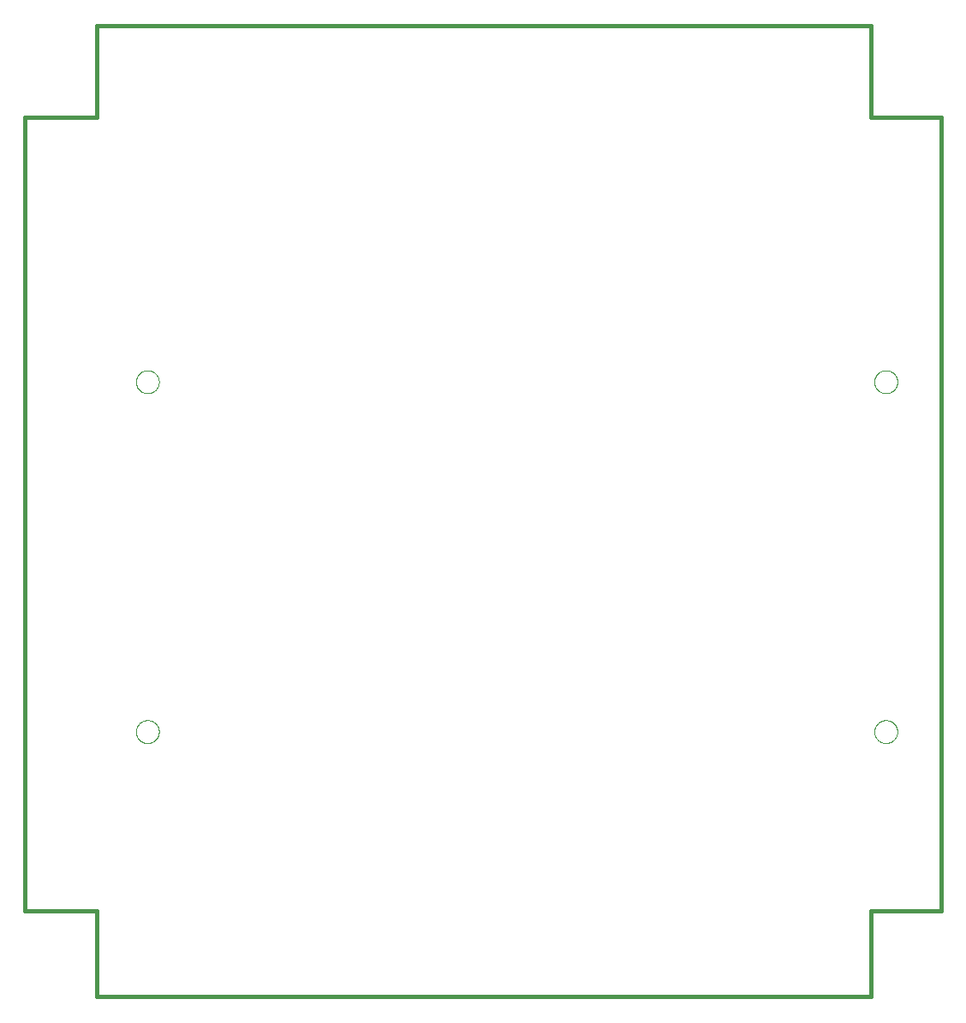
<source format=gko>
G75*
%MOIN*%
%OFA0B0*%
%FSLAX25Y25*%
%IPPOS*%
%LPD*%
%AMOC8*
5,1,8,0,0,1.08239X$1,22.5*
%
%ADD10C,0.01600*%
%ADD11C,0.00000*%
D10*
X0071485Y0072666D02*
X0071485Y0106131D01*
X0043532Y0106131D01*
X0043532Y0415186D01*
X0071485Y0415186D01*
X0071485Y0450619D01*
X0372666Y0450619D01*
X0372666Y0415186D01*
X0400225Y0415186D01*
X0400225Y0106131D01*
X0372666Y0106131D01*
X0372666Y0072666D01*
X0071485Y0072666D01*
D11*
X0086701Y0175816D02*
X0086703Y0175949D01*
X0086709Y0176082D01*
X0086719Y0176215D01*
X0086733Y0176347D01*
X0086750Y0176479D01*
X0086772Y0176610D01*
X0086798Y0176741D01*
X0086827Y0176871D01*
X0086861Y0176999D01*
X0086898Y0177127D01*
X0086939Y0177254D01*
X0086983Y0177379D01*
X0087032Y0177503D01*
X0087084Y0177626D01*
X0087139Y0177746D01*
X0087199Y0177866D01*
X0087262Y0177983D01*
X0087328Y0178098D01*
X0087397Y0178212D01*
X0087470Y0178323D01*
X0087547Y0178432D01*
X0087626Y0178539D01*
X0087709Y0178643D01*
X0087795Y0178745D01*
X0087883Y0178844D01*
X0087975Y0178941D01*
X0088069Y0179034D01*
X0088166Y0179125D01*
X0088266Y0179213D01*
X0088369Y0179298D01*
X0088474Y0179380D01*
X0088581Y0179459D01*
X0088691Y0179534D01*
X0088802Y0179606D01*
X0088916Y0179675D01*
X0089032Y0179741D01*
X0089150Y0179802D01*
X0089270Y0179861D01*
X0089391Y0179916D01*
X0089514Y0179967D01*
X0089638Y0180014D01*
X0089764Y0180058D01*
X0089891Y0180098D01*
X0090019Y0180134D01*
X0090148Y0180167D01*
X0090278Y0180195D01*
X0090409Y0180220D01*
X0090540Y0180240D01*
X0090672Y0180257D01*
X0090804Y0180270D01*
X0090937Y0180279D01*
X0091070Y0180284D01*
X0091203Y0180285D01*
X0091336Y0180282D01*
X0091469Y0180275D01*
X0091602Y0180264D01*
X0091734Y0180249D01*
X0091866Y0180230D01*
X0091997Y0180208D01*
X0092127Y0180181D01*
X0092257Y0180151D01*
X0092385Y0180117D01*
X0092513Y0180078D01*
X0092639Y0180037D01*
X0092764Y0179991D01*
X0092888Y0179942D01*
X0093010Y0179889D01*
X0093130Y0179832D01*
X0093249Y0179772D01*
X0093366Y0179708D01*
X0093481Y0179641D01*
X0093594Y0179571D01*
X0093704Y0179497D01*
X0093813Y0179420D01*
X0093919Y0179339D01*
X0094023Y0179256D01*
X0094124Y0179170D01*
X0094222Y0179080D01*
X0094318Y0178988D01*
X0094411Y0178893D01*
X0094501Y0178795D01*
X0094589Y0178694D01*
X0094673Y0178591D01*
X0094754Y0178486D01*
X0094832Y0178378D01*
X0094907Y0178268D01*
X0094978Y0178155D01*
X0095046Y0178041D01*
X0095110Y0177925D01*
X0095171Y0177806D01*
X0095229Y0177686D01*
X0095283Y0177565D01*
X0095333Y0177441D01*
X0095380Y0177317D01*
X0095422Y0177191D01*
X0095461Y0177063D01*
X0095497Y0176935D01*
X0095528Y0176806D01*
X0095556Y0176676D01*
X0095579Y0176545D01*
X0095599Y0176413D01*
X0095615Y0176281D01*
X0095627Y0176148D01*
X0095635Y0176016D01*
X0095639Y0175883D01*
X0095639Y0175749D01*
X0095635Y0175616D01*
X0095627Y0175484D01*
X0095615Y0175351D01*
X0095599Y0175219D01*
X0095579Y0175087D01*
X0095556Y0174956D01*
X0095528Y0174826D01*
X0095497Y0174697D01*
X0095461Y0174569D01*
X0095422Y0174441D01*
X0095380Y0174315D01*
X0095333Y0174191D01*
X0095283Y0174067D01*
X0095229Y0173946D01*
X0095171Y0173826D01*
X0095110Y0173707D01*
X0095046Y0173591D01*
X0094978Y0173477D01*
X0094907Y0173364D01*
X0094832Y0173254D01*
X0094754Y0173146D01*
X0094673Y0173041D01*
X0094589Y0172938D01*
X0094501Y0172837D01*
X0094411Y0172739D01*
X0094318Y0172644D01*
X0094222Y0172552D01*
X0094124Y0172462D01*
X0094023Y0172376D01*
X0093919Y0172293D01*
X0093813Y0172212D01*
X0093704Y0172135D01*
X0093594Y0172061D01*
X0093481Y0171991D01*
X0093366Y0171924D01*
X0093249Y0171860D01*
X0093130Y0171800D01*
X0093010Y0171743D01*
X0092888Y0171690D01*
X0092764Y0171641D01*
X0092639Y0171595D01*
X0092513Y0171554D01*
X0092385Y0171515D01*
X0092257Y0171481D01*
X0092127Y0171451D01*
X0091997Y0171424D01*
X0091866Y0171402D01*
X0091734Y0171383D01*
X0091602Y0171368D01*
X0091469Y0171357D01*
X0091336Y0171350D01*
X0091203Y0171347D01*
X0091070Y0171348D01*
X0090937Y0171353D01*
X0090804Y0171362D01*
X0090672Y0171375D01*
X0090540Y0171392D01*
X0090409Y0171412D01*
X0090278Y0171437D01*
X0090148Y0171465D01*
X0090019Y0171498D01*
X0089891Y0171534D01*
X0089764Y0171574D01*
X0089638Y0171618D01*
X0089514Y0171665D01*
X0089391Y0171716D01*
X0089270Y0171771D01*
X0089150Y0171830D01*
X0089032Y0171891D01*
X0088916Y0171957D01*
X0088802Y0172026D01*
X0088691Y0172098D01*
X0088581Y0172173D01*
X0088474Y0172252D01*
X0088369Y0172334D01*
X0088266Y0172419D01*
X0088166Y0172507D01*
X0088069Y0172598D01*
X0087975Y0172691D01*
X0087883Y0172788D01*
X0087795Y0172887D01*
X0087709Y0172989D01*
X0087626Y0173093D01*
X0087547Y0173200D01*
X0087470Y0173309D01*
X0087397Y0173420D01*
X0087328Y0173534D01*
X0087262Y0173649D01*
X0087199Y0173766D01*
X0087139Y0173886D01*
X0087084Y0174006D01*
X0087032Y0174129D01*
X0086983Y0174253D01*
X0086939Y0174378D01*
X0086898Y0174505D01*
X0086861Y0174633D01*
X0086827Y0174761D01*
X0086798Y0174891D01*
X0086772Y0175022D01*
X0086750Y0175153D01*
X0086733Y0175285D01*
X0086719Y0175417D01*
X0086709Y0175550D01*
X0086703Y0175683D01*
X0086701Y0175816D01*
X0086701Y0312036D02*
X0086703Y0312169D01*
X0086709Y0312302D01*
X0086719Y0312435D01*
X0086733Y0312567D01*
X0086750Y0312699D01*
X0086772Y0312830D01*
X0086798Y0312961D01*
X0086827Y0313091D01*
X0086861Y0313219D01*
X0086898Y0313347D01*
X0086939Y0313474D01*
X0086983Y0313599D01*
X0087032Y0313723D01*
X0087084Y0313846D01*
X0087139Y0313966D01*
X0087199Y0314086D01*
X0087262Y0314203D01*
X0087328Y0314318D01*
X0087397Y0314432D01*
X0087470Y0314543D01*
X0087547Y0314652D01*
X0087626Y0314759D01*
X0087709Y0314863D01*
X0087795Y0314965D01*
X0087883Y0315064D01*
X0087975Y0315161D01*
X0088069Y0315254D01*
X0088166Y0315345D01*
X0088266Y0315433D01*
X0088369Y0315518D01*
X0088474Y0315600D01*
X0088581Y0315679D01*
X0088691Y0315754D01*
X0088802Y0315826D01*
X0088916Y0315895D01*
X0089032Y0315961D01*
X0089150Y0316022D01*
X0089270Y0316081D01*
X0089391Y0316136D01*
X0089514Y0316187D01*
X0089638Y0316234D01*
X0089764Y0316278D01*
X0089891Y0316318D01*
X0090019Y0316354D01*
X0090148Y0316387D01*
X0090278Y0316415D01*
X0090409Y0316440D01*
X0090540Y0316460D01*
X0090672Y0316477D01*
X0090804Y0316490D01*
X0090937Y0316499D01*
X0091070Y0316504D01*
X0091203Y0316505D01*
X0091336Y0316502D01*
X0091469Y0316495D01*
X0091602Y0316484D01*
X0091734Y0316469D01*
X0091866Y0316450D01*
X0091997Y0316428D01*
X0092127Y0316401D01*
X0092257Y0316371D01*
X0092385Y0316337D01*
X0092513Y0316298D01*
X0092639Y0316257D01*
X0092764Y0316211D01*
X0092888Y0316162D01*
X0093010Y0316109D01*
X0093130Y0316052D01*
X0093249Y0315992D01*
X0093366Y0315928D01*
X0093481Y0315861D01*
X0093594Y0315791D01*
X0093704Y0315717D01*
X0093813Y0315640D01*
X0093919Y0315559D01*
X0094023Y0315476D01*
X0094124Y0315390D01*
X0094222Y0315300D01*
X0094318Y0315208D01*
X0094411Y0315113D01*
X0094501Y0315015D01*
X0094589Y0314914D01*
X0094673Y0314811D01*
X0094754Y0314706D01*
X0094832Y0314598D01*
X0094907Y0314488D01*
X0094978Y0314375D01*
X0095046Y0314261D01*
X0095110Y0314145D01*
X0095171Y0314026D01*
X0095229Y0313906D01*
X0095283Y0313785D01*
X0095333Y0313661D01*
X0095380Y0313537D01*
X0095422Y0313411D01*
X0095461Y0313283D01*
X0095497Y0313155D01*
X0095528Y0313026D01*
X0095556Y0312896D01*
X0095579Y0312765D01*
X0095599Y0312633D01*
X0095615Y0312501D01*
X0095627Y0312368D01*
X0095635Y0312236D01*
X0095639Y0312103D01*
X0095639Y0311969D01*
X0095635Y0311836D01*
X0095627Y0311704D01*
X0095615Y0311571D01*
X0095599Y0311439D01*
X0095579Y0311307D01*
X0095556Y0311176D01*
X0095528Y0311046D01*
X0095497Y0310917D01*
X0095461Y0310789D01*
X0095422Y0310661D01*
X0095380Y0310535D01*
X0095333Y0310411D01*
X0095283Y0310287D01*
X0095229Y0310166D01*
X0095171Y0310046D01*
X0095110Y0309927D01*
X0095046Y0309811D01*
X0094978Y0309697D01*
X0094907Y0309584D01*
X0094832Y0309474D01*
X0094754Y0309366D01*
X0094673Y0309261D01*
X0094589Y0309158D01*
X0094501Y0309057D01*
X0094411Y0308959D01*
X0094318Y0308864D01*
X0094222Y0308772D01*
X0094124Y0308682D01*
X0094023Y0308596D01*
X0093919Y0308513D01*
X0093813Y0308432D01*
X0093704Y0308355D01*
X0093594Y0308281D01*
X0093481Y0308211D01*
X0093366Y0308144D01*
X0093249Y0308080D01*
X0093130Y0308020D01*
X0093010Y0307963D01*
X0092888Y0307910D01*
X0092764Y0307861D01*
X0092639Y0307815D01*
X0092513Y0307774D01*
X0092385Y0307735D01*
X0092257Y0307701D01*
X0092127Y0307671D01*
X0091997Y0307644D01*
X0091866Y0307622D01*
X0091734Y0307603D01*
X0091602Y0307588D01*
X0091469Y0307577D01*
X0091336Y0307570D01*
X0091203Y0307567D01*
X0091070Y0307568D01*
X0090937Y0307573D01*
X0090804Y0307582D01*
X0090672Y0307595D01*
X0090540Y0307612D01*
X0090409Y0307632D01*
X0090278Y0307657D01*
X0090148Y0307685D01*
X0090019Y0307718D01*
X0089891Y0307754D01*
X0089764Y0307794D01*
X0089638Y0307838D01*
X0089514Y0307885D01*
X0089391Y0307936D01*
X0089270Y0307991D01*
X0089150Y0308050D01*
X0089032Y0308111D01*
X0088916Y0308177D01*
X0088802Y0308246D01*
X0088691Y0308318D01*
X0088581Y0308393D01*
X0088474Y0308472D01*
X0088369Y0308554D01*
X0088266Y0308639D01*
X0088166Y0308727D01*
X0088069Y0308818D01*
X0087975Y0308911D01*
X0087883Y0309008D01*
X0087795Y0309107D01*
X0087709Y0309209D01*
X0087626Y0309313D01*
X0087547Y0309420D01*
X0087470Y0309529D01*
X0087397Y0309640D01*
X0087328Y0309754D01*
X0087262Y0309869D01*
X0087199Y0309986D01*
X0087139Y0310106D01*
X0087084Y0310226D01*
X0087032Y0310349D01*
X0086983Y0310473D01*
X0086939Y0310598D01*
X0086898Y0310725D01*
X0086861Y0310853D01*
X0086827Y0310981D01*
X0086798Y0311111D01*
X0086772Y0311242D01*
X0086750Y0311373D01*
X0086733Y0311505D01*
X0086719Y0311637D01*
X0086709Y0311770D01*
X0086703Y0311903D01*
X0086701Y0312036D01*
X0374103Y0312036D02*
X0374105Y0312169D01*
X0374111Y0312302D01*
X0374121Y0312435D01*
X0374135Y0312567D01*
X0374152Y0312699D01*
X0374174Y0312830D01*
X0374200Y0312961D01*
X0374229Y0313091D01*
X0374263Y0313219D01*
X0374300Y0313347D01*
X0374341Y0313474D01*
X0374385Y0313599D01*
X0374434Y0313723D01*
X0374486Y0313846D01*
X0374541Y0313966D01*
X0374601Y0314086D01*
X0374664Y0314203D01*
X0374730Y0314318D01*
X0374799Y0314432D01*
X0374872Y0314543D01*
X0374949Y0314652D01*
X0375028Y0314759D01*
X0375111Y0314863D01*
X0375197Y0314965D01*
X0375285Y0315064D01*
X0375377Y0315161D01*
X0375471Y0315254D01*
X0375568Y0315345D01*
X0375668Y0315433D01*
X0375771Y0315518D01*
X0375876Y0315600D01*
X0375983Y0315679D01*
X0376093Y0315754D01*
X0376204Y0315826D01*
X0376318Y0315895D01*
X0376434Y0315961D01*
X0376552Y0316022D01*
X0376672Y0316081D01*
X0376793Y0316136D01*
X0376916Y0316187D01*
X0377040Y0316234D01*
X0377166Y0316278D01*
X0377293Y0316318D01*
X0377421Y0316354D01*
X0377550Y0316387D01*
X0377680Y0316415D01*
X0377811Y0316440D01*
X0377942Y0316460D01*
X0378074Y0316477D01*
X0378206Y0316490D01*
X0378339Y0316499D01*
X0378472Y0316504D01*
X0378605Y0316505D01*
X0378738Y0316502D01*
X0378871Y0316495D01*
X0379004Y0316484D01*
X0379136Y0316469D01*
X0379268Y0316450D01*
X0379399Y0316428D01*
X0379529Y0316401D01*
X0379659Y0316371D01*
X0379787Y0316337D01*
X0379915Y0316298D01*
X0380041Y0316257D01*
X0380166Y0316211D01*
X0380290Y0316162D01*
X0380412Y0316109D01*
X0380532Y0316052D01*
X0380651Y0315992D01*
X0380768Y0315928D01*
X0380883Y0315861D01*
X0380996Y0315791D01*
X0381106Y0315717D01*
X0381215Y0315640D01*
X0381321Y0315559D01*
X0381425Y0315476D01*
X0381526Y0315390D01*
X0381624Y0315300D01*
X0381720Y0315208D01*
X0381813Y0315113D01*
X0381903Y0315015D01*
X0381991Y0314914D01*
X0382075Y0314811D01*
X0382156Y0314706D01*
X0382234Y0314598D01*
X0382309Y0314488D01*
X0382380Y0314375D01*
X0382448Y0314261D01*
X0382512Y0314145D01*
X0382573Y0314026D01*
X0382631Y0313906D01*
X0382685Y0313785D01*
X0382735Y0313661D01*
X0382782Y0313537D01*
X0382824Y0313411D01*
X0382863Y0313283D01*
X0382899Y0313155D01*
X0382930Y0313026D01*
X0382958Y0312896D01*
X0382981Y0312765D01*
X0383001Y0312633D01*
X0383017Y0312501D01*
X0383029Y0312368D01*
X0383037Y0312236D01*
X0383041Y0312103D01*
X0383041Y0311969D01*
X0383037Y0311836D01*
X0383029Y0311704D01*
X0383017Y0311571D01*
X0383001Y0311439D01*
X0382981Y0311307D01*
X0382958Y0311176D01*
X0382930Y0311046D01*
X0382899Y0310917D01*
X0382863Y0310789D01*
X0382824Y0310661D01*
X0382782Y0310535D01*
X0382735Y0310411D01*
X0382685Y0310287D01*
X0382631Y0310166D01*
X0382573Y0310046D01*
X0382512Y0309927D01*
X0382448Y0309811D01*
X0382380Y0309697D01*
X0382309Y0309584D01*
X0382234Y0309474D01*
X0382156Y0309366D01*
X0382075Y0309261D01*
X0381991Y0309158D01*
X0381903Y0309057D01*
X0381813Y0308959D01*
X0381720Y0308864D01*
X0381624Y0308772D01*
X0381526Y0308682D01*
X0381425Y0308596D01*
X0381321Y0308513D01*
X0381215Y0308432D01*
X0381106Y0308355D01*
X0380996Y0308281D01*
X0380883Y0308211D01*
X0380768Y0308144D01*
X0380651Y0308080D01*
X0380532Y0308020D01*
X0380412Y0307963D01*
X0380290Y0307910D01*
X0380166Y0307861D01*
X0380041Y0307815D01*
X0379915Y0307774D01*
X0379787Y0307735D01*
X0379659Y0307701D01*
X0379529Y0307671D01*
X0379399Y0307644D01*
X0379268Y0307622D01*
X0379136Y0307603D01*
X0379004Y0307588D01*
X0378871Y0307577D01*
X0378738Y0307570D01*
X0378605Y0307567D01*
X0378472Y0307568D01*
X0378339Y0307573D01*
X0378206Y0307582D01*
X0378074Y0307595D01*
X0377942Y0307612D01*
X0377811Y0307632D01*
X0377680Y0307657D01*
X0377550Y0307685D01*
X0377421Y0307718D01*
X0377293Y0307754D01*
X0377166Y0307794D01*
X0377040Y0307838D01*
X0376916Y0307885D01*
X0376793Y0307936D01*
X0376672Y0307991D01*
X0376552Y0308050D01*
X0376434Y0308111D01*
X0376318Y0308177D01*
X0376204Y0308246D01*
X0376093Y0308318D01*
X0375983Y0308393D01*
X0375876Y0308472D01*
X0375771Y0308554D01*
X0375668Y0308639D01*
X0375568Y0308727D01*
X0375471Y0308818D01*
X0375377Y0308911D01*
X0375285Y0309008D01*
X0375197Y0309107D01*
X0375111Y0309209D01*
X0375028Y0309313D01*
X0374949Y0309420D01*
X0374872Y0309529D01*
X0374799Y0309640D01*
X0374730Y0309754D01*
X0374664Y0309869D01*
X0374601Y0309986D01*
X0374541Y0310106D01*
X0374486Y0310226D01*
X0374434Y0310349D01*
X0374385Y0310473D01*
X0374341Y0310598D01*
X0374300Y0310725D01*
X0374263Y0310853D01*
X0374229Y0310981D01*
X0374200Y0311111D01*
X0374174Y0311242D01*
X0374152Y0311373D01*
X0374135Y0311505D01*
X0374121Y0311637D01*
X0374111Y0311770D01*
X0374105Y0311903D01*
X0374103Y0312036D01*
X0374103Y0175816D02*
X0374105Y0175949D01*
X0374111Y0176082D01*
X0374121Y0176215D01*
X0374135Y0176347D01*
X0374152Y0176479D01*
X0374174Y0176610D01*
X0374200Y0176741D01*
X0374229Y0176871D01*
X0374263Y0176999D01*
X0374300Y0177127D01*
X0374341Y0177254D01*
X0374385Y0177379D01*
X0374434Y0177503D01*
X0374486Y0177626D01*
X0374541Y0177746D01*
X0374601Y0177866D01*
X0374664Y0177983D01*
X0374730Y0178098D01*
X0374799Y0178212D01*
X0374872Y0178323D01*
X0374949Y0178432D01*
X0375028Y0178539D01*
X0375111Y0178643D01*
X0375197Y0178745D01*
X0375285Y0178844D01*
X0375377Y0178941D01*
X0375471Y0179034D01*
X0375568Y0179125D01*
X0375668Y0179213D01*
X0375771Y0179298D01*
X0375876Y0179380D01*
X0375983Y0179459D01*
X0376093Y0179534D01*
X0376204Y0179606D01*
X0376318Y0179675D01*
X0376434Y0179741D01*
X0376552Y0179802D01*
X0376672Y0179861D01*
X0376793Y0179916D01*
X0376916Y0179967D01*
X0377040Y0180014D01*
X0377166Y0180058D01*
X0377293Y0180098D01*
X0377421Y0180134D01*
X0377550Y0180167D01*
X0377680Y0180195D01*
X0377811Y0180220D01*
X0377942Y0180240D01*
X0378074Y0180257D01*
X0378206Y0180270D01*
X0378339Y0180279D01*
X0378472Y0180284D01*
X0378605Y0180285D01*
X0378738Y0180282D01*
X0378871Y0180275D01*
X0379004Y0180264D01*
X0379136Y0180249D01*
X0379268Y0180230D01*
X0379399Y0180208D01*
X0379529Y0180181D01*
X0379659Y0180151D01*
X0379787Y0180117D01*
X0379915Y0180078D01*
X0380041Y0180037D01*
X0380166Y0179991D01*
X0380290Y0179942D01*
X0380412Y0179889D01*
X0380532Y0179832D01*
X0380651Y0179772D01*
X0380768Y0179708D01*
X0380883Y0179641D01*
X0380996Y0179571D01*
X0381106Y0179497D01*
X0381215Y0179420D01*
X0381321Y0179339D01*
X0381425Y0179256D01*
X0381526Y0179170D01*
X0381624Y0179080D01*
X0381720Y0178988D01*
X0381813Y0178893D01*
X0381903Y0178795D01*
X0381991Y0178694D01*
X0382075Y0178591D01*
X0382156Y0178486D01*
X0382234Y0178378D01*
X0382309Y0178268D01*
X0382380Y0178155D01*
X0382448Y0178041D01*
X0382512Y0177925D01*
X0382573Y0177806D01*
X0382631Y0177686D01*
X0382685Y0177565D01*
X0382735Y0177441D01*
X0382782Y0177317D01*
X0382824Y0177191D01*
X0382863Y0177063D01*
X0382899Y0176935D01*
X0382930Y0176806D01*
X0382958Y0176676D01*
X0382981Y0176545D01*
X0383001Y0176413D01*
X0383017Y0176281D01*
X0383029Y0176148D01*
X0383037Y0176016D01*
X0383041Y0175883D01*
X0383041Y0175749D01*
X0383037Y0175616D01*
X0383029Y0175484D01*
X0383017Y0175351D01*
X0383001Y0175219D01*
X0382981Y0175087D01*
X0382958Y0174956D01*
X0382930Y0174826D01*
X0382899Y0174697D01*
X0382863Y0174569D01*
X0382824Y0174441D01*
X0382782Y0174315D01*
X0382735Y0174191D01*
X0382685Y0174067D01*
X0382631Y0173946D01*
X0382573Y0173826D01*
X0382512Y0173707D01*
X0382448Y0173591D01*
X0382380Y0173477D01*
X0382309Y0173364D01*
X0382234Y0173254D01*
X0382156Y0173146D01*
X0382075Y0173041D01*
X0381991Y0172938D01*
X0381903Y0172837D01*
X0381813Y0172739D01*
X0381720Y0172644D01*
X0381624Y0172552D01*
X0381526Y0172462D01*
X0381425Y0172376D01*
X0381321Y0172293D01*
X0381215Y0172212D01*
X0381106Y0172135D01*
X0380996Y0172061D01*
X0380883Y0171991D01*
X0380768Y0171924D01*
X0380651Y0171860D01*
X0380532Y0171800D01*
X0380412Y0171743D01*
X0380290Y0171690D01*
X0380166Y0171641D01*
X0380041Y0171595D01*
X0379915Y0171554D01*
X0379787Y0171515D01*
X0379659Y0171481D01*
X0379529Y0171451D01*
X0379399Y0171424D01*
X0379268Y0171402D01*
X0379136Y0171383D01*
X0379004Y0171368D01*
X0378871Y0171357D01*
X0378738Y0171350D01*
X0378605Y0171347D01*
X0378472Y0171348D01*
X0378339Y0171353D01*
X0378206Y0171362D01*
X0378074Y0171375D01*
X0377942Y0171392D01*
X0377811Y0171412D01*
X0377680Y0171437D01*
X0377550Y0171465D01*
X0377421Y0171498D01*
X0377293Y0171534D01*
X0377166Y0171574D01*
X0377040Y0171618D01*
X0376916Y0171665D01*
X0376793Y0171716D01*
X0376672Y0171771D01*
X0376552Y0171830D01*
X0376434Y0171891D01*
X0376318Y0171957D01*
X0376204Y0172026D01*
X0376093Y0172098D01*
X0375983Y0172173D01*
X0375876Y0172252D01*
X0375771Y0172334D01*
X0375668Y0172419D01*
X0375568Y0172507D01*
X0375471Y0172598D01*
X0375377Y0172691D01*
X0375285Y0172788D01*
X0375197Y0172887D01*
X0375111Y0172989D01*
X0375028Y0173093D01*
X0374949Y0173200D01*
X0374872Y0173309D01*
X0374799Y0173420D01*
X0374730Y0173534D01*
X0374664Y0173649D01*
X0374601Y0173766D01*
X0374541Y0173886D01*
X0374486Y0174006D01*
X0374434Y0174129D01*
X0374385Y0174253D01*
X0374341Y0174378D01*
X0374300Y0174505D01*
X0374263Y0174633D01*
X0374229Y0174761D01*
X0374200Y0174891D01*
X0374174Y0175022D01*
X0374152Y0175153D01*
X0374135Y0175285D01*
X0374121Y0175417D01*
X0374111Y0175550D01*
X0374105Y0175683D01*
X0374103Y0175816D01*
M02*

</source>
